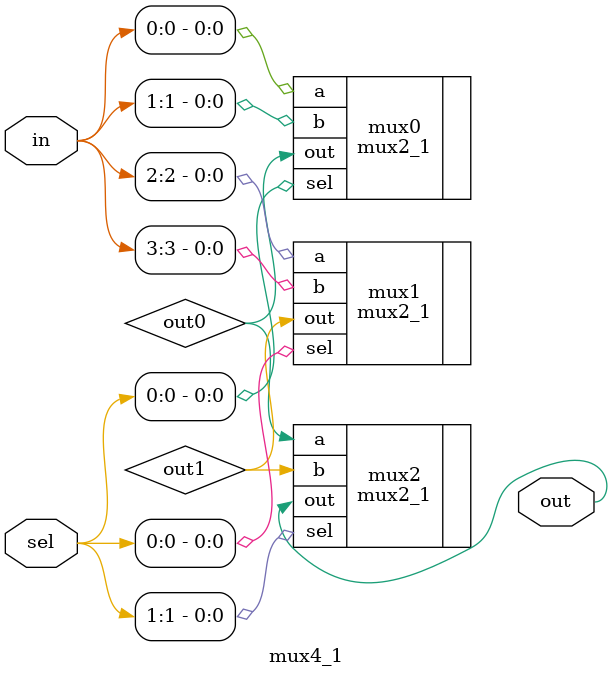
<source format=v>
module mux4_1 (
  input wire [3:0] in,
  input wire [1:0] sel,
  output wire out
);

  wire out0, out1;

  mux2_1 mux0 (
    .a(in[0]),
    .b(in[1]),
    .sel(sel[0]),
    .out(out0)
  );

  mux2_1 mux1 (
    .a(in[2]),
    .b(in[3]),
    .sel(sel[0]),
    .out(out1)
  );

  mux2_1 mux2 (
    .a(out0),
    .b(out1),
    .sel(sel[1]),
    .out(out)
  );

endmodule
</source>
